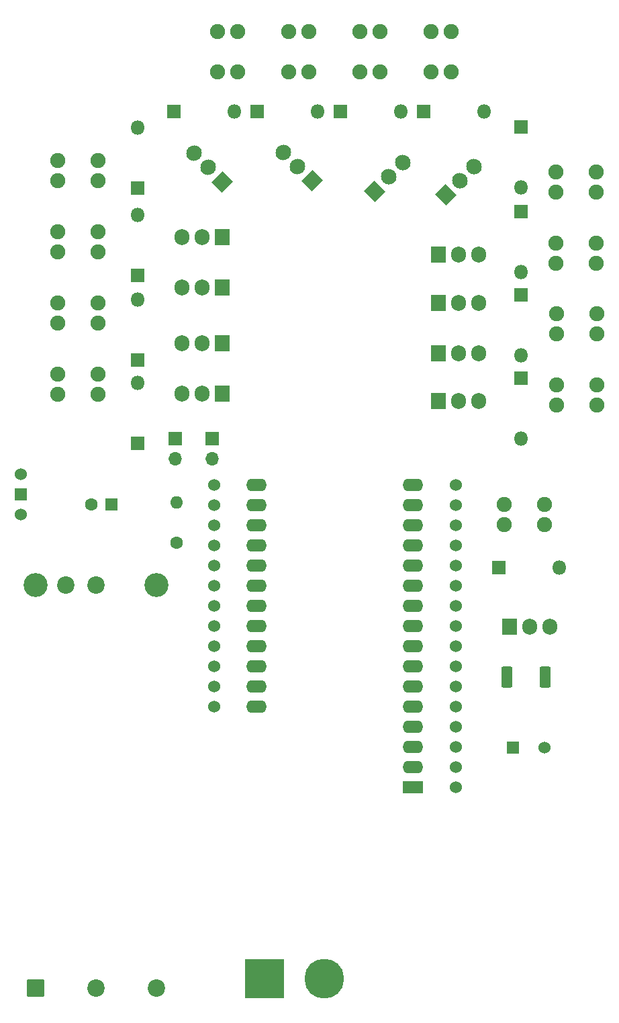
<source format=gbr>
%TF.GenerationSoftware,KiCad,Pcbnew,8.0.4*%
%TF.CreationDate,2025-02-09T16:53:56-05:00*%
%TF.ProjectId,Chassis,43686173-7369-4732-9e6b-696361645f70,rev?*%
%TF.SameCoordinates,Original*%
%TF.FileFunction,Soldermask,Top*%
%TF.FilePolarity,Negative*%
%FSLAX46Y46*%
G04 Gerber Fmt 4.6, Leading zero omitted, Abs format (unit mm)*
G04 Created by KiCad (PCBNEW 8.0.4) date 2025-02-09 16:53:56*
%MOMM*%
%LPD*%
G01*
G04 APERTURE LIST*
G04 Aperture macros list*
%AMRoundRect*
0 Rectangle with rounded corners*
0 $1 Rounding radius*
0 $2 $3 $4 $5 $6 $7 $8 $9 X,Y pos of 4 corners*
0 Add a 4 corners polygon primitive as box body*
4,1,4,$2,$3,$4,$5,$6,$7,$8,$9,$2,$3,0*
0 Add four circle primitives for the rounded corners*
1,1,$1+$1,$2,$3*
1,1,$1+$1,$4,$5*
1,1,$1+$1,$6,$7*
1,1,$1+$1,$8,$9*
0 Add four rect primitives between the rounded corners*
20,1,$1+$1,$2,$3,$4,$5,0*
20,1,$1+$1,$4,$5,$6,$7,0*
20,1,$1+$1,$6,$7,$8,$9,0*
20,1,$1+$1,$8,$9,$2,$3,0*%
%AMHorizOval*
0 Thick line with rounded ends*
0 $1 width*
0 $2 $3 position (X,Y) of the first rounded end (center of the circle)*
0 $4 $5 position (X,Y) of the second rounded end (center of the circle)*
0 Add line between two ends*
20,1,$1,$2,$3,$4,$5,0*
0 Add two circle primitives to create the rounded ends*
1,1,$1,$2,$3*
1,1,$1,$4,$5*%
%AMRotRect*
0 Rectangle, with rotation*
0 The origin of the aperture is its center*
0 $1 length*
0 $2 width*
0 $3 Rotation angle, in degrees counterclockwise*
0 Add horizontal line*
21,1,$1,$2,0,0,$3*%
G04 Aperture macros list end*
%ADD10C,1.600000*%
%ADD11R,1.600000X1.600000*%
%ADD12R,5.000000X5.000000*%
%ADD13C,5.000000*%
%ADD14R,1.800000X1.800000*%
%ADD15O,1.800000X1.800000*%
%ADD16C,1.900000*%
%ADD17RoundRect,0.250000X1.050000X0.550000X-1.050000X0.550000X-1.050000X-0.550000X1.050000X-0.550000X0*%
%ADD18O,2.600000X1.600000*%
%ADD19O,1.600000X1.600000*%
%ADD20RoundRect,0.102000X0.997500X-0.997500X0.997500X0.997500X-0.997500X0.997500X-0.997500X-0.997500X0*%
%ADD21C,2.199000*%
%ADD22C,3.024000*%
%ADD23RoundRect,0.249999X0.450001X1.075001X-0.450001X1.075001X-0.450001X-1.075001X0.450001X-1.075001X0*%
%ADD24R,1.905000X2.000000*%
%ADD25O,1.905000X2.000000*%
%ADD26C,1.524000*%
%ADD27R,1.700000X1.700000*%
%ADD28O,1.700000X1.700000*%
%ADD29R,1.524000X1.524000*%
%ADD30RotRect,1.905000X2.000000X45.000000*%
%ADD31HorizOval,1.905000X-0.033588X0.033588X0.033588X-0.033588X0*%
%ADD32HorizOval,1.905000X0.033588X0.033588X-0.033588X-0.033588X0*%
%ADD33RotRect,1.905000X2.000000X135.000000*%
G04 APERTURE END LIST*
D10*
%TO.C,C1*%
X88065000Y-94475000D03*
D11*
X90565000Y-94475000D03*
%TD*%
D12*
%TO.C,BT1*%
X109895000Y-154305000D03*
D13*
X117395000Y-154305000D03*
%TD*%
D14*
%TO.C,D12*%
X142240000Y-57579000D03*
D15*
X142240000Y-65199000D03*
%TD*%
D16*
%TO.C,J13*%
X146621000Y-64112000D03*
X151701000Y-64112000D03*
X146621000Y-61572000D03*
X151701000Y-61572000D03*
%TD*%
D14*
%TO.C,D10*%
X93830000Y-76277000D03*
D15*
X93830000Y-68657000D03*
%TD*%
D17*
%TO.C,A1*%
X128605000Y-130175000D03*
D18*
X128605000Y-127635000D03*
X128605000Y-125095000D03*
X128605000Y-122555000D03*
X128605000Y-120015000D03*
X128605000Y-117475000D03*
X128605000Y-114935000D03*
X128605000Y-112395000D03*
X128605000Y-109855000D03*
X128605000Y-107315000D03*
X128605000Y-104775000D03*
X128605000Y-102235000D03*
X128605000Y-99695000D03*
X128605000Y-97155000D03*
X128605000Y-94615000D03*
X128605000Y-92075000D03*
X108885000Y-92075000D03*
X108885000Y-94615000D03*
X108885000Y-97155000D03*
X108885000Y-99695000D03*
X108885000Y-102235000D03*
X108885000Y-104775000D03*
X108885000Y-107315000D03*
X108885000Y-109855000D03*
X108885000Y-112395000D03*
X108885000Y-114935000D03*
X108885000Y-117475000D03*
X108885000Y-120015000D03*
%TD*%
D10*
%TO.C,R14*%
X98820000Y-99330000D03*
D19*
X98820000Y-94250000D03*
%TD*%
D14*
%TO.C,D9*%
X93830000Y-65657000D03*
D15*
X93830000Y-58037000D03*
%TD*%
D20*
%TO.C,PS1*%
X81040000Y-155435000D03*
D21*
X88660000Y-155435000D03*
X96280000Y-155435000D03*
D22*
X96280000Y-104635000D03*
D21*
X88660000Y-104635000D03*
X84850000Y-104635000D03*
D22*
X81040000Y-104635000D03*
%TD*%
D14*
%TO.C,D4*%
X108927000Y-44956000D03*
D15*
X116547000Y-44956000D03*
%TD*%
D14*
%TO.C,D3*%
X119427000Y-44956000D03*
D15*
X127047000Y-44956000D03*
%TD*%
D16*
%TO.C,J3*%
X133434000Y-40005000D03*
X133434000Y-34925000D03*
X130894000Y-40005000D03*
X130894000Y-34925000D03*
%TD*%
D23*
%TO.C,R1*%
X145230000Y-116290000D03*
X140430000Y-116290000D03*
%TD*%
D16*
%TO.C,J10*%
X88900000Y-60157000D03*
X83820000Y-60157000D03*
X88900000Y-62697000D03*
X83820000Y-62697000D03*
%TD*%
%TO.C,J5*%
X115486000Y-40005000D03*
X115486000Y-34925000D03*
X112946000Y-40005000D03*
X112946000Y-34925000D03*
%TD*%
D24*
%TO.C,Q7*%
X131840000Y-75425000D03*
D25*
X134380000Y-75425000D03*
X136920000Y-75425000D03*
%TD*%
D24*
%TO.C,Q12*%
X131840000Y-69075000D03*
D25*
X134380000Y-69075000D03*
X136920000Y-69075000D03*
%TD*%
D14*
%TO.C,D5*%
X98427000Y-44956000D03*
D15*
X106047000Y-44956000D03*
%TD*%
D16*
%TO.C,J9*%
X88900000Y-51183000D03*
X83820000Y-51183000D03*
X88900000Y-53723000D03*
X83820000Y-53723000D03*
%TD*%
D26*
%TO.C,J17*%
X103505000Y-92075000D03*
X103505000Y-94615000D03*
X103505000Y-97155000D03*
X103505000Y-99695000D03*
X103505000Y-102235000D03*
X103505000Y-104775000D03*
X103505000Y-107315000D03*
X103505000Y-109855000D03*
X103505000Y-112395000D03*
X103505000Y-114935000D03*
X103505000Y-117475000D03*
X103505000Y-120015000D03*
%TD*%
D14*
%TO.C,D2*%
X129927000Y-44956000D03*
D15*
X137547000Y-44956000D03*
%TD*%
D27*
%TO.C,J18*%
X103265000Y-86220000D03*
D28*
X103265000Y-88760000D03*
%TD*%
D26*
%TO.C,J1*%
X79135000Y-95745000D03*
D29*
X79135000Y-93205000D03*
D26*
X79135000Y-90665000D03*
%TD*%
D30*
%TO.C,Q2*%
X132692898Y-55522102D03*
D31*
X134488949Y-53726051D03*
X136285000Y-51930000D03*
%TD*%
D27*
%TO.C,J14*%
X98615000Y-86220000D03*
D28*
X98615000Y-88760000D03*
%TD*%
D26*
%TO.C,J16*%
X133985000Y-130175000D03*
X133985000Y-127635000D03*
X133985000Y-125095000D03*
X133985000Y-122555000D03*
X133985000Y-120015000D03*
X133985000Y-117475000D03*
X133985000Y-114935000D03*
X133985000Y-112395000D03*
X133985000Y-109855000D03*
X133985000Y-107315000D03*
X133985000Y-104775000D03*
X133985000Y-102235000D03*
X133985000Y-99695000D03*
X133985000Y-97155000D03*
X133985000Y-94615000D03*
X133985000Y-92075000D03*
%TD*%
D14*
%TO.C,D7*%
X142240000Y-68079000D03*
D15*
X142240000Y-75699000D03*
%TD*%
D16*
%TO.C,J4*%
X124460000Y-40005000D03*
X124460000Y-34925000D03*
X121920000Y-40005000D03*
X121920000Y-34925000D03*
%TD*%
D14*
%TO.C,D11*%
X93830000Y-86777000D03*
D15*
X93830000Y-79157000D03*
%TD*%
D24*
%TO.C,Q11*%
X104535000Y-80505000D03*
D25*
X101995000Y-80505000D03*
X99455000Y-80505000D03*
%TD*%
D16*
%TO.C,J8*%
X146740000Y-73025000D03*
X151820000Y-73025000D03*
X146740000Y-70485000D03*
X151820000Y-70485000D03*
%TD*%
%TO.C,J2*%
X140095000Y-97015000D03*
X145175000Y-97015000D03*
X140095000Y-94475000D03*
X145175000Y-94475000D03*
%TD*%
D14*
%TO.C,D1*%
X139445000Y-102460000D03*
D15*
X147065000Y-102460000D03*
%TD*%
D30*
%TO.C,Q3*%
X123727165Y-55029267D03*
D31*
X125523216Y-53233216D03*
X127319267Y-51437165D03*
%TD*%
D26*
%TO.C,BZ1*%
X145175000Y-125180000D03*
D29*
X141175000Y-125180000D03*
%TD*%
D24*
%TO.C,Q8*%
X104534999Y-60820000D03*
D25*
X101994999Y-60820000D03*
X99455000Y-60820000D03*
%TD*%
D16*
%TO.C,J6*%
X106512000Y-40005000D03*
X106512000Y-34925000D03*
X103972000Y-40005000D03*
X103972000Y-34925000D03*
%TD*%
D24*
%TO.C,Q9*%
X104534999Y-67170000D03*
D25*
X101994999Y-67170000D03*
X99454999Y-67170000D03*
%TD*%
D24*
%TO.C,Q6*%
X131840000Y-81450000D03*
D25*
X134380000Y-81450000D03*
X136920000Y-81450000D03*
%TD*%
D16*
%TO.C,J15*%
X146621000Y-55138000D03*
X151701000Y-55138000D03*
X146621000Y-52598000D03*
X151701000Y-52598000D03*
%TD*%
D14*
%TO.C,D6*%
X142240000Y-78579000D03*
D15*
X142240000Y-86199000D03*
%TD*%
D32*
%TO.C,Q5*%
X100942898Y-50242898D03*
X102738949Y-52038949D03*
D33*
X104535000Y-53835000D03*
%TD*%
D24*
%TO.C,Q1*%
X140785000Y-109940000D03*
D25*
X143325000Y-109940000D03*
X145865000Y-109940000D03*
%TD*%
D14*
%TO.C,D13*%
X142240000Y-46889000D03*
D15*
X142240000Y-54509000D03*
%TD*%
D24*
%TO.C,Q13*%
X131840000Y-63035000D03*
D25*
X134380000Y-63035000D03*
X136920000Y-63035000D03*
%TD*%
D24*
%TO.C,Q10*%
X104535000Y-74155000D03*
D25*
X101995000Y-74155000D03*
X99455000Y-74155000D03*
%TD*%
D16*
%TO.C,J7*%
X146740000Y-81999000D03*
X151820000Y-81999000D03*
X146740000Y-79459000D03*
X151820000Y-79459000D03*
%TD*%
D32*
%TO.C,Q4*%
X112263949Y-50133949D03*
X114060000Y-51930000D03*
D33*
X115856051Y-53726051D03*
%TD*%
D16*
%TO.C,J12*%
X88900000Y-78105000D03*
X83820000Y-78105000D03*
X88900000Y-80645000D03*
X83820000Y-80645000D03*
%TD*%
D14*
%TO.C,D8*%
X93830000Y-54657000D03*
D15*
X93830000Y-47037000D03*
%TD*%
D16*
%TO.C,J11*%
X88900000Y-69131000D03*
X83820000Y-69131000D03*
X88900000Y-71671000D03*
X83820000Y-71671000D03*
%TD*%
M02*

</source>
